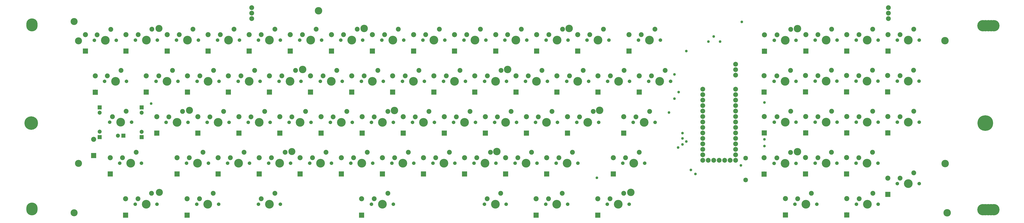
<source format=gbs>
G04 MADE WITH FRITZING*
G04 WWW.FRITZING.ORG*
G04 DOUBLE SIDED*
G04 HOLES PLATED*
G04 CONTOUR ON CENTER OF CONTOUR VECTOR*
%ASAXBY*%
%FSLAX23Y23*%
%MOIN*%
%OFA0B0*%
%SFA1.0B1.0*%
%ADD10C,0.088639*%
%ADD11C,0.158908*%
%ADD12C,0.065278*%
%ADD13C,0.092000*%
%ADD14C,0.088000*%
%ADD15C,0.049370*%
%ADD16C,0.085000*%
%ADD17C,0.072992*%
%ADD18C,0.206850*%
%ADD19C,0.246220*%
%ADD20C,0.285590*%
%ADD21C,0.128110*%
%ADD22C,0.135984*%
%ADD23R,0.092000X0.092000*%
%ADD24R,0.072992X0.072992*%
%LNMASK0*%
G90*
G70*
G54D10*
X14384Y709D03*
X14633Y809D03*
G54D11*
X14534Y609D03*
G54D12*
X14334Y609D03*
X14733Y609D03*
G54D10*
X16255Y1086D03*
X16505Y1185D03*
G54D11*
X16405Y986D03*
G54D12*
X16205Y986D03*
X16604Y986D03*
G54D10*
X15506Y710D03*
X15756Y810D03*
G54D11*
X15656Y610D03*
G54D12*
X15456Y610D03*
X15855Y610D03*
G54D10*
X14004Y1458D03*
X14253Y1558D03*
G54D11*
X14154Y1358D03*
G54D12*
X13954Y1358D03*
X14353Y1358D03*
G54D10*
X15502Y1459D03*
X15751Y1559D03*
G54D11*
X15652Y1359D03*
G54D12*
X15452Y1359D03*
X15851Y1359D03*
G54D10*
X14753Y1459D03*
X15002Y1559D03*
G54D11*
X14903Y1359D03*
G54D12*
X14703Y1359D03*
X15102Y1359D03*
G54D10*
X14006Y2209D03*
X14256Y2309D03*
G54D11*
X14156Y2109D03*
G54D12*
X13956Y2109D03*
X14355Y2109D03*
G54D10*
X16255Y2210D03*
X16505Y2310D03*
G54D11*
X16405Y2110D03*
G54D12*
X16205Y2110D03*
X16604Y2110D03*
G54D10*
X15504Y2210D03*
X15753Y2310D03*
G54D11*
X15654Y2110D03*
G54D12*
X15454Y2110D03*
X15853Y2110D03*
G54D10*
X14755Y2210D03*
X15005Y2310D03*
G54D11*
X14905Y2110D03*
G54D12*
X14705Y2110D03*
X15104Y2110D03*
G54D10*
X14004Y2958D03*
X14253Y3058D03*
G54D11*
X14154Y2858D03*
G54D12*
X13954Y2858D03*
X14353Y2858D03*
G54D10*
X16253Y2959D03*
X16502Y3059D03*
G54D11*
X16403Y2859D03*
G54D12*
X16203Y2859D03*
X16602Y2859D03*
G54D10*
X15502Y2959D03*
X15751Y3059D03*
G54D11*
X15652Y2859D03*
G54D12*
X15452Y2859D03*
X15851Y2859D03*
G54D10*
X14753Y2959D03*
X15002Y3059D03*
G54D11*
X14903Y2859D03*
G54D12*
X14703Y2859D03*
X15102Y2859D03*
G54D10*
X16255Y3710D03*
X16505Y3809D03*
G54D11*
X16405Y3610D03*
G54D12*
X16205Y3610D03*
X16604Y3610D03*
G54D10*
X15504Y3710D03*
X15753Y3809D03*
G54D11*
X15654Y3610D03*
G54D12*
X15454Y3610D03*
X15853Y3610D03*
G54D10*
X14755Y3710D03*
X15005Y3809D03*
G54D11*
X14905Y3610D03*
G54D12*
X14705Y3610D03*
X15104Y3610D03*
G54D10*
X14006Y3708D03*
X14256Y3808D03*
G54D11*
X14156Y3608D03*
G54D12*
X13956Y3608D03*
X14355Y3608D03*
G54D10*
X10959Y711D03*
X11209Y810D03*
G54D11*
X11109Y611D03*
G54D12*
X10909Y611D03*
X11309Y611D03*
G54D10*
X9834Y711D03*
X10084Y811D03*
G54D11*
X9984Y611D03*
G54D12*
X9784Y611D03*
X10184Y611D03*
G54D10*
X8713Y710D03*
X8962Y809D03*
G54D11*
X8863Y610D03*
G54D12*
X8663Y610D03*
X9062Y610D03*
G54D10*
X6651Y710D03*
X6900Y809D03*
G54D11*
X6800Y610D03*
G54D12*
X6600Y610D03*
X7000Y610D03*
G54D10*
X4587Y710D03*
X4836Y809D03*
G54D11*
X4737Y610D03*
G54D12*
X4537Y610D03*
X4936Y610D03*
G54D10*
X3462Y710D03*
X3711Y809D03*
G54D11*
X3612Y610D03*
G54D12*
X3412Y610D03*
X3811Y610D03*
G54D10*
X2336Y710D03*
X2585Y809D03*
G54D11*
X2486Y610D03*
G54D12*
X2286Y610D03*
X2685Y610D03*
G54D10*
X9275Y1459D03*
X9525Y1559D03*
G54D11*
X9425Y1359D03*
G54D12*
X9225Y1359D03*
X9625Y1359D03*
G54D10*
X11242Y1459D03*
X11492Y1559D03*
G54D11*
X11392Y1359D03*
G54D12*
X11192Y1359D03*
X11591Y1359D03*
G54D10*
X5523Y1459D03*
X5772Y1559D03*
G54D11*
X5672Y1359D03*
G54D12*
X5473Y1359D03*
X5872Y1359D03*
G54D10*
X6275Y1459D03*
X6525Y1559D03*
G54D11*
X6425Y1359D03*
G54D12*
X6225Y1359D03*
X6625Y1359D03*
G54D10*
X3275Y1459D03*
X3525Y1559D03*
G54D11*
X3425Y1359D03*
G54D12*
X3225Y1359D03*
X3625Y1359D03*
G54D10*
X10023Y1459D03*
X10272Y1559D03*
G54D11*
X10173Y1359D03*
G54D12*
X9973Y1359D03*
X10372Y1359D03*
G54D10*
X4775Y1459D03*
X5025Y1559D03*
G54D11*
X4925Y1359D03*
G54D12*
X4725Y1359D03*
X5125Y1359D03*
G54D10*
X7025Y1459D03*
X7275Y1559D03*
G54D11*
X7175Y1359D03*
G54D12*
X6975Y1359D03*
X7375Y1359D03*
G54D10*
X8525Y1459D03*
X8775Y1559D03*
G54D11*
X8675Y1359D03*
G54D12*
X8475Y1359D03*
X8875Y1359D03*
G54D10*
X7775Y1459D03*
X8025Y1559D03*
G54D11*
X7925Y1359D03*
G54D12*
X7725Y1359D03*
X8125Y1359D03*
G54D10*
X4025Y1459D03*
X4275Y1559D03*
G54D11*
X4175Y1359D03*
G54D12*
X3975Y1359D03*
X4375Y1359D03*
G54D10*
X2053Y1460D03*
X2303Y1560D03*
G54D11*
X2203Y1360D03*
G54D12*
X2003Y1360D03*
X2402Y1360D03*
G54D10*
X8902Y2208D03*
X9152Y2308D03*
G54D11*
X9052Y2108D03*
G54D12*
X8852Y2108D03*
X9251Y2108D03*
G54D10*
X10402Y2208D03*
X10652Y2308D03*
G54D11*
X10552Y2108D03*
G54D12*
X10352Y2108D03*
X10751Y2108D03*
G54D10*
X5149Y2208D03*
X5399Y2308D03*
G54D11*
X5299Y2108D03*
G54D12*
X5099Y2108D03*
X5499Y2108D03*
G54D10*
X5902Y2208D03*
X6152Y2308D03*
G54D11*
X6052Y2108D03*
G54D12*
X5852Y2108D03*
X6251Y2108D03*
G54D10*
X2902Y2208D03*
X3152Y2308D03*
G54D11*
X3052Y2108D03*
G54D12*
X2852Y2108D03*
X3251Y2108D03*
G54D10*
X9649Y2208D03*
X9899Y2308D03*
G54D11*
X9799Y2108D03*
G54D12*
X9599Y2108D03*
X9999Y2108D03*
G54D10*
X4402Y2208D03*
X4652Y2308D03*
G54D11*
X4552Y2108D03*
G54D12*
X4352Y2108D03*
X4751Y2108D03*
G54D10*
X6652Y2208D03*
X6902Y2308D03*
G54D11*
X6802Y2108D03*
G54D12*
X6602Y2108D03*
X7001Y2108D03*
G54D10*
X8152Y2208D03*
X8402Y2308D03*
G54D11*
X8302Y2108D03*
G54D12*
X8102Y2108D03*
X8501Y2108D03*
G54D10*
X11432Y2208D03*
X11681Y2308D03*
G54D11*
X11581Y2108D03*
G54D12*
X11381Y2108D03*
X11781Y2108D03*
G54D10*
X7402Y2208D03*
X7652Y2308D03*
G54D11*
X7552Y2108D03*
G54D12*
X7352Y2108D03*
X7751Y2108D03*
G54D10*
X3652Y2208D03*
X3902Y2308D03*
G54D11*
X3802Y2108D03*
G54D12*
X3602Y2108D03*
X4001Y2108D03*
G54D10*
X1871Y2209D03*
X2120Y2309D03*
G54D11*
X2021Y2109D03*
G54D12*
X1821Y2109D03*
X2220Y2109D03*
G54D10*
X8717Y2958D03*
X8966Y3058D03*
G54D11*
X8866Y2858D03*
G54D12*
X8666Y2858D03*
X9066Y2858D03*
G54D10*
X11714Y2958D03*
X11963Y3058D03*
G54D11*
X11864Y2858D03*
G54D12*
X11664Y2858D03*
X12063Y2858D03*
G54D10*
X10217Y2958D03*
X10466Y3058D03*
G54D11*
X10366Y2858D03*
G54D12*
X10166Y2858D03*
X10566Y2858D03*
G54D10*
X4964Y2958D03*
X5213Y3058D03*
G54D11*
X5114Y2858D03*
G54D12*
X4914Y2858D03*
X5313Y2858D03*
G54D10*
X5717Y2958D03*
X5966Y3058D03*
G54D11*
X5866Y2858D03*
G54D12*
X5666Y2858D03*
X6066Y2858D03*
G54D10*
X2717Y2958D03*
X2966Y3058D03*
G54D11*
X2866Y2858D03*
G54D12*
X2666Y2858D03*
X3066Y2858D03*
G54D10*
X9464Y2958D03*
X9713Y3058D03*
G54D11*
X9614Y2858D03*
G54D12*
X9414Y2858D03*
X9813Y2858D03*
G54D10*
X4217Y2958D03*
X4466Y3058D03*
G54D11*
X4366Y2858D03*
G54D12*
X4166Y2858D03*
X4566Y2858D03*
G54D10*
X6467Y2958D03*
X6716Y3058D03*
G54D11*
X6616Y2858D03*
G54D12*
X6416Y2858D03*
X6816Y2858D03*
G54D10*
X7967Y2958D03*
X8216Y3058D03*
G54D11*
X8116Y2858D03*
G54D12*
X7916Y2858D03*
X8316Y2858D03*
G54D10*
X10964Y2958D03*
X11213Y3058D03*
G54D11*
X11114Y2858D03*
G54D12*
X10914Y2858D03*
X11313Y2858D03*
G54D10*
X7217Y2958D03*
X7466Y3058D03*
G54D11*
X7366Y2858D03*
G54D12*
X7166Y2858D03*
X7566Y2858D03*
G54D10*
X3467Y2958D03*
X3716Y3058D03*
G54D11*
X3616Y2858D03*
G54D12*
X3416Y2858D03*
X3816Y2858D03*
G54D10*
X1779Y2957D03*
X2029Y3057D03*
G54D11*
X1929Y2857D03*
G54D12*
X1729Y2857D03*
X2128Y2857D03*
G54D10*
X11528Y3710D03*
X11778Y3809D03*
G54D11*
X11678Y3610D03*
G54D12*
X11478Y3610D03*
X11878Y3610D03*
G54D10*
X10589Y3710D03*
X10839Y3809D03*
G54D11*
X10739Y3610D03*
G54D12*
X10539Y3610D03*
X10939Y3610D03*
G54D10*
X9842Y3710D03*
X10092Y3809D03*
G54D11*
X9992Y3610D03*
G54D12*
X9792Y3610D03*
X10192Y3610D03*
G54D10*
X9089Y3710D03*
X9339Y3809D03*
G54D11*
X9239Y3610D03*
G54D12*
X9039Y3610D03*
X9439Y3610D03*
G54D10*
X8342Y3710D03*
X8592Y3809D03*
G54D11*
X8492Y3610D03*
G54D12*
X8292Y3610D03*
X8691Y3610D03*
G54D10*
X7592Y3710D03*
X7842Y3809D03*
G54D11*
X7742Y3610D03*
G54D12*
X7542Y3610D03*
X7941Y3610D03*
G54D10*
X6842Y3710D03*
X7092Y3809D03*
G54D11*
X6992Y3610D03*
G54D12*
X6792Y3610D03*
X7191Y3610D03*
G54D10*
X6092Y3710D03*
X6342Y3809D03*
G54D11*
X6242Y3610D03*
G54D12*
X6042Y3610D03*
X6441Y3610D03*
G54D10*
X5342Y3710D03*
X5592Y3809D03*
G54D11*
X5492Y3610D03*
G54D12*
X5292Y3610D03*
X5691Y3610D03*
G54D10*
X4589Y3710D03*
X4839Y3809D03*
G54D11*
X4739Y3610D03*
G54D12*
X4539Y3610D03*
X4939Y3610D03*
G54D10*
X3842Y3710D03*
X4092Y3809D03*
G54D11*
X3992Y3610D03*
G54D12*
X3792Y3610D03*
X4191Y3610D03*
G54D10*
X3092Y3710D03*
X3342Y3809D03*
G54D11*
X3242Y3610D03*
G54D12*
X3042Y3610D03*
X3441Y3610D03*
G54D10*
X2342Y3710D03*
X2592Y3809D03*
G54D11*
X2492Y3610D03*
G54D12*
X2292Y3610D03*
X2691Y3610D03*
G54D10*
X1591Y3708D03*
X1840Y3808D03*
G54D11*
X1741Y3608D03*
G54D12*
X1541Y3608D03*
X1940Y3608D03*
G54D13*
X15280Y416D03*
X15280Y714D03*
X16032Y790D03*
X16032Y1088D03*
X14160Y414D03*
X14160Y712D03*
X14529Y1164D03*
X14529Y1462D03*
X15277Y1164D03*
X15277Y1462D03*
X13771Y1162D03*
X13771Y1460D03*
X16032Y1916D03*
X16032Y2214D03*
X14532Y1916D03*
X14532Y2214D03*
X15280Y1916D03*
X15280Y2214D03*
X13775Y1914D03*
X13775Y2212D03*
X16029Y2664D03*
X16029Y2962D03*
X14529Y2664D03*
X14529Y2962D03*
X15277Y2664D03*
X15277Y2962D03*
X13771Y2662D03*
X13771Y2960D03*
X16033Y3411D03*
X16033Y3709D03*
X15281Y3411D03*
X15281Y3709D03*
X14533Y3411D03*
X14533Y3709D03*
X13776Y3409D03*
X13776Y3707D03*
X10733Y411D03*
X10733Y709D03*
X9607Y411D03*
X9607Y709D03*
X6422Y411D03*
X6422Y709D03*
X3233Y411D03*
X3233Y709D03*
X2111Y411D03*
X2111Y709D03*
X5298Y1163D03*
X5298Y1461D03*
X3050Y1163D03*
X3050Y1461D03*
X3802Y1163D03*
X3802Y1461D03*
X7550Y1163D03*
X7550Y1461D03*
X6050Y1163D03*
X6050Y1461D03*
X9050Y1163D03*
X9050Y1461D03*
X11017Y1163D03*
X11017Y1461D03*
X4550Y1163D03*
X4550Y1461D03*
X6802Y1163D03*
X6802Y1461D03*
X8302Y1163D03*
X8302Y1461D03*
X9802Y1163D03*
X9802Y1461D03*
X1831Y1163D03*
X1831Y1461D03*
X4928Y1911D03*
X4928Y2209D03*
X2680Y1911D03*
X2680Y2209D03*
X3432Y1911D03*
X3432Y2209D03*
X7180Y1911D03*
X7180Y2209D03*
X5680Y1911D03*
X5680Y2209D03*
X8680Y1911D03*
X8680Y2209D03*
X11206Y1911D03*
X11206Y2209D03*
X10180Y1911D03*
X10180Y2209D03*
X4180Y1911D03*
X4180Y2209D03*
X6432Y1911D03*
X6432Y2209D03*
X7932Y1911D03*
X7932Y2209D03*
X9432Y1911D03*
X9432Y2209D03*
X1528Y1500D03*
X1528Y1798D03*
X4737Y2660D03*
X4737Y2958D03*
X2489Y2660D03*
X2489Y2958D03*
X3241Y2660D03*
X3241Y2958D03*
X6989Y2660D03*
X6989Y2958D03*
X5489Y2660D03*
X5489Y2958D03*
X8489Y2660D03*
X8489Y2958D03*
X10737Y2660D03*
X10737Y2958D03*
X9989Y2660D03*
X9989Y2958D03*
X3989Y2660D03*
X3989Y2958D03*
X6241Y2660D03*
X6241Y2958D03*
X11491Y2660D03*
X11491Y2958D03*
X7741Y2660D03*
X7741Y2958D03*
X9241Y2660D03*
X9241Y2958D03*
X1559Y2659D03*
X1559Y2957D03*
X11304Y3411D03*
X11304Y3709D03*
X10367Y3411D03*
X10367Y3709D03*
X9618Y3411D03*
X9618Y3709D03*
X8870Y3411D03*
X8870Y3709D03*
X8118Y3411D03*
X8118Y3709D03*
X7370Y3411D03*
X7370Y3709D03*
X6618Y3411D03*
X6618Y3709D03*
X5870Y3411D03*
X5870Y3709D03*
X5118Y3411D03*
X5118Y3709D03*
X4367Y3411D03*
X4367Y3709D03*
X3618Y3411D03*
X3618Y3709D03*
X2870Y3411D03*
X2870Y3709D03*
X2118Y3411D03*
X2118Y3709D03*
X1377Y3411D03*
X1377Y3709D03*
G54D14*
X12651Y2714D03*
X12651Y2614D03*
X12651Y2514D03*
X12651Y2414D03*
X12651Y2314D03*
X12651Y2214D03*
X12651Y2114D03*
X12651Y2014D03*
X12651Y1914D03*
X12651Y1814D03*
X12651Y1714D03*
X12651Y1614D03*
X12651Y1514D03*
X12651Y1414D03*
X13252Y2714D03*
X13252Y2614D03*
X13252Y2514D03*
X13252Y2414D03*
X13252Y2314D03*
X13252Y2214D03*
X13252Y2114D03*
X13252Y2014D03*
X13252Y1914D03*
X13252Y1814D03*
X13252Y1714D03*
X13252Y1614D03*
X13252Y1514D03*
X13252Y1414D03*
X12751Y1414D03*
X12851Y1414D03*
X12951Y1414D03*
X13051Y1414D03*
X13151Y1414D03*
G54D15*
X10717Y1092D03*
X12135Y2984D03*
X12133Y2540D03*
X12281Y1814D03*
X12433Y1236D03*
X12350Y3409D03*
X12517Y1162D03*
X12281Y1911D03*
X12211Y2660D03*
X13363Y3942D03*
X13778Y2471D03*
X13778Y1797D03*
X13778Y1675D03*
X13348Y1320D03*
X12352Y1758D03*
X12281Y1703D03*
X12201Y1647D03*
X12755Y3583D03*
X12850Y3677D03*
X12967Y3583D03*
G54D14*
X13252Y3171D03*
X13252Y3071D03*
X13252Y2971D03*
G54D16*
X13433Y1053D03*
X13433Y1453D03*
G54D15*
X12033Y2286D03*
X2578Y2449D03*
G54D17*
X1638Y2381D03*
X1638Y2282D03*
X1638Y1838D03*
X1638Y1937D03*
X2404Y2381D03*
X2404Y2282D03*
X2405Y1837D03*
X2405Y1935D03*
X2070Y1864D03*
X1971Y1864D03*
G54D18*
X400Y3875D03*
X400Y3902D03*
X400Y511D03*
X400Y538D03*
X17766Y511D03*
X17766Y3875D03*
G54D14*
X4414Y4202D03*
X4414Y4102D03*
X4414Y4002D03*
X16041Y4203D03*
X16041Y4103D03*
X16041Y4003D03*
G54D19*
X386Y2095D03*
G54D20*
X17811Y2095D03*
G54D21*
X3278Y2327D03*
X2722Y3823D03*
X1252Y3597D03*
X1170Y3949D03*
X1252Y1357D03*
X2726Y827D03*
X1170Y453D03*
X5148Y1575D03*
G54D22*
X7022Y2323D03*
X5633Y4146D03*
X6467Y3823D03*
X5344Y3075D03*
X10211Y3823D03*
X9088Y3073D03*
X10767Y2327D03*
X8892Y1575D03*
X11337Y827D03*
X14381Y1571D03*
X17078Y1353D03*
X17115Y453D03*
X17074Y3601D03*
X14381Y3820D03*
G54D18*
X17966Y511D03*
X17969Y3875D03*
X17863Y511D03*
X17866Y3875D03*
X17809Y511D03*
X17812Y3875D03*
X17914Y511D03*
X17917Y3875D03*
G54D23*
X15280Y415D03*
X16032Y789D03*
X14160Y413D03*
X14529Y1163D03*
X15277Y1163D03*
X13771Y1161D03*
X16032Y1915D03*
X14532Y1915D03*
X15280Y1915D03*
X13775Y1913D03*
X16029Y2663D03*
X14529Y2663D03*
X15277Y2663D03*
X13771Y2661D03*
X16033Y3410D03*
X15281Y3410D03*
X14533Y3410D03*
X13776Y3408D03*
X10733Y410D03*
X9607Y410D03*
X6422Y410D03*
X3233Y410D03*
X2111Y410D03*
X5298Y1162D03*
X3050Y1162D03*
X3802Y1162D03*
X7550Y1162D03*
X6050Y1162D03*
X9050Y1162D03*
X11017Y1162D03*
X4550Y1162D03*
X6802Y1162D03*
X8302Y1162D03*
X9802Y1162D03*
X1831Y1162D03*
X4928Y1910D03*
X2680Y1910D03*
X3432Y1910D03*
X7180Y1910D03*
X5680Y1910D03*
X8680Y1910D03*
X11206Y1910D03*
X10180Y1910D03*
X4180Y1910D03*
X6432Y1910D03*
X7932Y1910D03*
X9432Y1910D03*
X1528Y1499D03*
X4737Y2659D03*
X2489Y2659D03*
X3241Y2659D03*
X6989Y2659D03*
X5489Y2659D03*
X8489Y2659D03*
X10737Y2659D03*
X9989Y2659D03*
X3989Y2659D03*
X6241Y2659D03*
X11491Y2659D03*
X7741Y2659D03*
X9241Y2659D03*
X1559Y2658D03*
X11304Y3410D03*
X10367Y3410D03*
X9618Y3410D03*
X8870Y3410D03*
X8118Y3410D03*
X7370Y3410D03*
X6618Y3410D03*
X5870Y3410D03*
X5118Y3410D03*
X4367Y3410D03*
X3618Y3410D03*
X2870Y3410D03*
X2118Y3410D03*
X1377Y3410D03*
G54D24*
X1638Y2381D03*
X1638Y1838D03*
X2404Y2381D03*
X2405Y1837D03*
X2070Y1864D03*
G04 End of Mask0*
M02*
</source>
